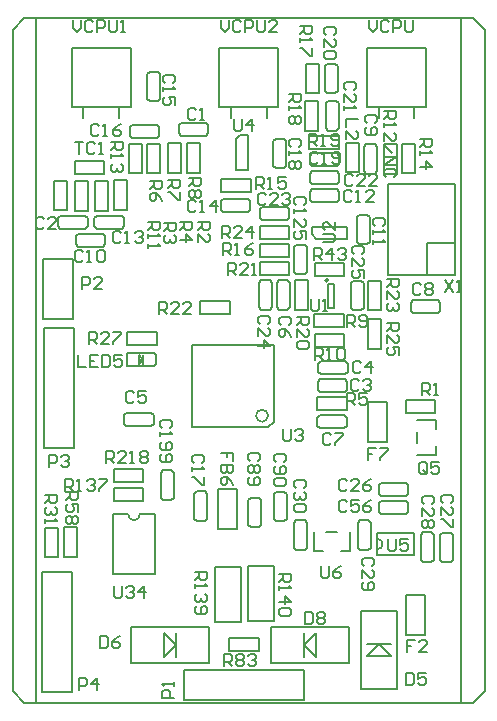
<source format=gto>
%FSLAX25Y25*%
%MOIN*%
G70*
G01*
G75*
%ADD10R,0.02362X0.03937*%
%ADD11R,0.03347X0.02756*%
%ADD12R,0.02362X0.04724*%
%ADD13R,0.03347X0.01575*%
%ADD14R,0.06299X0.07087*%
%ADD15R,0.02756X0.03347*%
%ADD16R,0.04724X0.02362*%
%ADD17R,0.05118X0.03937*%
%ADD18R,0.03937X0.02362*%
%ADD19O,0.00984X0.04724*%
%ADD20O,0.04724X0.00984*%
%ADD21O,0.04724X0.01772*%
%ADD22O,0.01772X0.04724*%
%ADD23R,0.04724X0.01772*%
%ADD24O,0.01969X0.03543*%
%ADD25R,0.01969X0.03543*%
%ADD26O,0.01969X0.03543*%
%ADD27R,0.07874X0.07874*%
%ADD28R,0.07874X0.07874*%
%ADD29R,0.07087X0.03937*%
%ADD30O,0.05500X0.02500*%
%ADD31R,0.05500X0.02500*%
%ADD32C,0.02000*%
%ADD33C,0.01500*%
%ADD34C,0.03000*%
%ADD35C,0.00800*%
%ADD36C,0.01200*%
%ADD37C,0.04000*%
%ADD38C,0.01000*%
%ADD39C,0.00500*%
%ADD40R,0.19685X0.23622*%
%ADD41C,0.05906*%
%ADD42R,0.05906X0.05906*%
%ADD43R,0.05906X0.05906*%
%ADD44C,0.02000*%
%ADD45C,0.03000*%
%ADD46C,0.00787*%
D39*
X182900Y-172100D02*
G03*
X182900Y-172100I-2000J0D01*
G01*
X219338Y-216666D02*
G03*
X219338Y-213123I0J1772D01*
G01*
X136219Y-204900D02*
G03*
X140219Y-204900I2000J0D01*
G01*
X198258Y-217268D02*
X201210D01*
X207116D02*
X210068D01*
X202391Y-210968D02*
X205935D01*
X198258Y-217268D02*
Y-210968D01*
X210068Y-217268D02*
Y-210968D01*
X191535Y-216087D02*
Y-207819D01*
X192322Y-216874D02*
X195078D01*
X192322Y-207031D02*
X195078D01*
X195865Y-216087D02*
Y-207819D01*
X195078Y-207031D02*
X195865Y-207819D01*
X191535D02*
X192322Y-207031D01*
X191535Y-216087D02*
X192322Y-216874D01*
X195078D02*
X195865Y-216087D01*
X212735D02*
Y-207819D01*
X213522Y-216874D02*
X216278D01*
X213522Y-207031D02*
X216278D01*
X217065Y-216087D02*
Y-207819D01*
X216278Y-207031D02*
X217065Y-207819D01*
X212735D02*
X213522Y-207031D01*
X212735Y-216087D02*
X213522Y-216874D01*
X216278D02*
X217065Y-216087D01*
X197400Y-109200D02*
X209211D01*
Y-113100D02*
Y-109200D01*
X198800Y-113100D02*
X209211D01*
X197400Y-111700D02*
X198800Y-113100D01*
X197400Y-111700D02*
Y-109200D01*
X235900Y-114700D02*
X245000D01*
X235900Y-125100D02*
Y-114700D01*
X245200Y-125100D02*
Y-94800D01*
X222800D02*
X245200D01*
X222800Y-125100D02*
X245200D01*
X222800D02*
Y-94800D01*
X208274Y-125565D02*
Y-121235D01*
X198432Y-125565D02*
Y-121235D01*
Y-125565D02*
X208274D01*
X198432Y-121235D02*
X208274D01*
X176200Y-90311D02*
Y-78500D01*
X172300Y-90311D02*
X176200D01*
X172300D02*
Y-79900D01*
X173700Y-78500D01*
X176200D01*
X155935Y-81326D02*
X160265D01*
X155935Y-91168D02*
X160265D01*
Y-81326D01*
X155935Y-91168D02*
Y-81326D01*
X149635D02*
X153965D01*
X149635Y-91168D02*
X153965D01*
Y-81326D01*
X149635Y-91168D02*
Y-81326D01*
X142535Y-81526D02*
X146865D01*
X142535Y-91369D02*
X146865D01*
Y-81526D01*
X142535Y-91369D02*
Y-81526D01*
X198326Y-142665D02*
Y-138335D01*
X208169Y-142665D02*
Y-138335D01*
X198326D02*
X208169D01*
X198326Y-142665D02*
X208169D01*
X191735Y-126926D02*
X196065D01*
X191735Y-136768D02*
X196065D01*
Y-126926D01*
X191735Y-136768D02*
Y-126926D01*
X180126Y-125165D02*
Y-120835D01*
X189969Y-125165D02*
Y-120835D01*
X180126D02*
X189969D01*
X180126Y-125165D02*
X189969D01*
X216335Y-127126D02*
X220665D01*
X216335Y-136969D02*
X220665D01*
Y-127126D01*
X216335Y-136969D02*
Y-127126D01*
X180126Y-113065D02*
Y-108735D01*
X189969Y-113065D02*
Y-108735D01*
X180126D02*
X189969D01*
X180126Y-113065D02*
X189969D01*
X216335Y-139926D02*
X220665D01*
X216335Y-149768D02*
X220665D01*
Y-139926D01*
X216335Y-149768D02*
Y-139926D01*
X118435Y-94026D02*
X122765D01*
X118435Y-103868D02*
X122765D01*
Y-94026D01*
X118435Y-103868D02*
Y-94026D01*
X128374Y-91665D02*
Y-87335D01*
X118532Y-91665D02*
Y-87335D01*
Y-91665D02*
X128374D01*
X118532Y-87335D02*
X128374D01*
X125135Y-93926D02*
X129465D01*
X125135Y-103769D02*
X129465D01*
Y-93926D01*
X125135Y-103769D02*
Y-93926D01*
X131535Y-103374D02*
X135865D01*
X131535Y-93532D02*
X135865D01*
X131535Y-103374D02*
Y-93532D01*
X135865Y-103374D02*
Y-93532D01*
X180126Y-119265D02*
Y-114935D01*
X189969Y-119265D02*
Y-114935D01*
X180126D02*
X189969D01*
X180126Y-119265D02*
X189969D01*
X167326Y-97565D02*
Y-93235D01*
X177169Y-97565D02*
Y-93235D01*
X167326D02*
X177169D01*
X167326Y-97565D02*
X177169D01*
X195435Y-64574D02*
X199765D01*
X195435Y-54732D02*
X199765D01*
X195435Y-64574D02*
Y-54732D01*
X199765Y-64574D02*
Y-54732D01*
X196726Y-83065D02*
Y-78735D01*
X206569Y-83065D02*
Y-78735D01*
X196726D02*
X206569D01*
X196726Y-83065D02*
X206569D01*
X195335Y-77074D02*
X199665D01*
X195335Y-67232D02*
X199665D01*
X195335Y-77074D02*
Y-67232D01*
X199665Y-77074D02*
Y-67232D01*
X227535Y-81526D02*
X231865D01*
X227535Y-91369D02*
X231865D01*
Y-81526D01*
X227535Y-91369D02*
Y-81526D01*
X208735Y-90974D02*
X213065D01*
X208735Y-81132D02*
X213065D01*
X208735Y-90974D02*
Y-81132D01*
X213065Y-90974D02*
Y-81132D01*
X221435Y-91374D02*
X225765D01*
X221435Y-81532D02*
X225765D01*
X221435Y-91374D02*
Y-81532D01*
X225765Y-91374D02*
Y-81532D01*
X111635Y-103674D02*
X115965D01*
X111635Y-93831D02*
X115965D01*
X111635Y-103674D02*
Y-93831D01*
X115965Y-103674D02*
Y-93831D01*
X214765Y-136181D02*
Y-127913D01*
X211222Y-127126D02*
X213978D01*
X211222Y-136969D02*
X213978D01*
X210435Y-136181D02*
Y-127913D01*
Y-136181D02*
X211222Y-136969D01*
X213978D02*
X214765Y-136181D01*
X213978Y-127126D02*
X214765Y-127913D01*
X210435D02*
X211222Y-127126D01*
X184265Y-135981D02*
Y-127713D01*
X180722Y-126926D02*
X183478D01*
X180722Y-136768D02*
X183478D01*
X179935Y-135981D02*
Y-127713D01*
Y-135981D02*
X180722Y-136768D01*
X183478D02*
X184265Y-135981D01*
X183478Y-126926D02*
X184265Y-127713D01*
X179935D02*
X180722Y-126926D01*
X180913Y-102535D02*
X189181D01*
X180126Y-106078D02*
Y-103322D01*
X189969Y-106078D02*
Y-103322D01*
X180913Y-106865D02*
X189181D01*
X189969Y-106078D01*
X189181Y-102535D02*
X189969Y-103322D01*
X180126D02*
X180913Y-102535D01*
X180126Y-106078D02*
X180913Y-106865D01*
X197613Y-90635D02*
X205881D01*
X196826Y-94178D02*
Y-91422D01*
X206668Y-94178D02*
Y-91422D01*
X197613Y-94965D02*
X205881D01*
X206668Y-94178D01*
X205881Y-90635D02*
X206668Y-91422D01*
X196826D02*
X197613Y-90635D01*
X196826Y-94178D02*
X197613Y-94965D01*
X202135Y-76287D02*
Y-68019D01*
X202922Y-77074D02*
X205678D01*
X202922Y-67232D02*
X205678D01*
X206465Y-76287D02*
Y-68019D01*
X205678Y-67232D02*
X206465Y-68019D01*
X202135D02*
X202922Y-67232D01*
X202135Y-76287D02*
X202922Y-77074D01*
X205678D02*
X206465Y-76287D01*
X201835Y-63887D02*
Y-55619D01*
X202622Y-64674D02*
X205378D01*
X202622Y-54831D02*
X205378D01*
X206165Y-63887D02*
Y-55619D01*
X205378Y-54831D02*
X206165Y-55619D01*
X201835D02*
X202622Y-54831D01*
X201835Y-63887D02*
X202622Y-64674D01*
X205378D02*
X206165Y-63887D01*
X219265Y-90681D02*
Y-82413D01*
X215722Y-81626D02*
X218478D01*
X215722Y-91469D02*
X218478D01*
X214935Y-90681D02*
Y-82413D01*
Y-90681D02*
X215722Y-91469D01*
X218478D02*
X219265Y-90681D01*
X218478Y-81626D02*
X219265Y-82413D01*
X214935D02*
X215722Y-81626D01*
X231219Y-137965D02*
X239487D01*
X240274Y-137178D02*
Y-134422D01*
X230432Y-137178D02*
Y-134422D01*
X231219Y-133635D02*
X239487D01*
X230432Y-134422D02*
X231219Y-133635D01*
X230432Y-137178D02*
X231219Y-137965D01*
X239487D02*
X240274Y-137178D01*
X239487Y-133635D02*
X240274Y-134422D01*
X185835Y-135987D02*
Y-127719D01*
X186622Y-136774D02*
X189378D01*
X186622Y-126932D02*
X189378D01*
X190165Y-135987D02*
Y-127719D01*
X189378Y-126932D02*
X190165Y-127719D01*
X185835D02*
X186622Y-126932D01*
X185835Y-135987D02*
X186622Y-136774D01*
X189378D02*
X190165Y-135987D01*
X113713Y-105435D02*
X121981D01*
X112926Y-108978D02*
Y-106222D01*
X122768Y-108978D02*
Y-106222D01*
X113713Y-109765D02*
X121981D01*
X122768Y-108978D01*
X121981Y-105435D02*
X122768Y-106222D01*
X112926D02*
X113713Y-105435D01*
X112926Y-108978D02*
X113713Y-109765D01*
X137613Y-75235D02*
X145881D01*
X136826Y-78778D02*
Y-76022D01*
X146669Y-78778D02*
Y-76022D01*
X137613Y-79565D02*
X145881D01*
X146669Y-78778D01*
X145881Y-75235D02*
X146669Y-76022D01*
X136826D02*
X137613Y-75235D01*
X136826Y-78778D02*
X137613Y-79565D01*
X216250Y-180830D02*
X222550D01*
X216250Y-167444D02*
X222550D01*
X216250Y-179846D02*
X216250D01*
X222550Y-180830D02*
Y-167444D01*
X216250Y-180830D02*
Y-167444D01*
X198426Y-149065D02*
Y-144735D01*
X208268Y-149065D02*
Y-144735D01*
X198426D02*
X208268D01*
X198426Y-149065D02*
X208268D01*
X146965Y-66481D02*
Y-58213D01*
X143422Y-57426D02*
X146178D01*
X143422Y-67269D02*
X146178D01*
X142635Y-66481D02*
Y-58213D01*
Y-66481D02*
X143422Y-67269D01*
X146178D02*
X146965Y-66481D01*
X146178Y-57426D02*
X146965Y-58213D01*
X142635D02*
X143422Y-57426D01*
X167913Y-99835D02*
X176181D01*
X167126Y-103378D02*
Y-100622D01*
X176969Y-103378D02*
Y-100622D01*
X167913Y-104165D02*
X176181D01*
X176969Y-103378D01*
X176181Y-99835D02*
X176969Y-100622D01*
X167126D02*
X167913Y-99835D01*
X167126Y-103378D02*
X167913Y-104165D01*
X105637Y-267900D02*
Y-39553D01*
X247369Y-267900D02*
Y-39553D01*
X117448Y-69081D02*
X137133D01*
X117448D02*
Y-49396D01*
X121385Y-73018D02*
Y-69081D01*
X166661D02*
X186346D01*
X215873D02*
X235558D01*
X133196Y-73018D02*
Y-69081D01*
X137133D02*
Y-49396D01*
X215873D02*
X235558D01*
X166661D02*
X186346D01*
X117448D02*
X137133D01*
X166661Y-69081D02*
Y-49396D01*
X170598Y-73018D02*
Y-69081D01*
X182409Y-73018D02*
Y-69081D01*
X186346D02*
Y-49396D01*
X215873Y-69081D02*
Y-49396D01*
X219810Y-73018D02*
Y-69081D01*
X231621Y-73018D02*
Y-69081D01*
X235558D02*
Y-49396D01*
X232668Y-173432D02*
X238968D01*
X232668Y-185242D02*
X238968D01*
X232668Y-181109D02*
Y-177565D01*
X238968Y-176384D02*
Y-173432D01*
Y-185242D02*
Y-182290D01*
X199326Y-175478D02*
X200113Y-176265D01*
X199326Y-172722D02*
X200113Y-171935D01*
X208381D02*
X209169Y-172722D01*
X208381Y-176265D02*
X209169Y-175478D01*
X200113Y-176265D02*
X208381D01*
X209169Y-175478D02*
Y-172722D01*
X199326Y-175478D02*
Y-172722D01*
X200113Y-171935D02*
X208381D01*
X199626Y-157578D02*
X200413Y-158365D01*
X199626Y-154822D02*
X200413Y-154035D01*
X208681D02*
X209469Y-154822D01*
X208681Y-158365D02*
X209469Y-157578D01*
X200413Y-158365D02*
X208681D01*
X209469Y-157578D02*
Y-154822D01*
X199626Y-157578D02*
Y-154822D01*
X200413Y-154035D02*
X208681D01*
X143987Y-171235D02*
X144774Y-172022D01*
X143987Y-175565D02*
X144774Y-174778D01*
X134932D02*
X135719Y-175565D01*
X134932Y-172022D02*
X135719Y-171235D01*
X143987D01*
X134932Y-174778D02*
Y-172022D01*
X144774Y-174778D02*
Y-172022D01*
X135719Y-175565D02*
X143987D01*
X184635Y-80513D02*
X185422Y-79726D01*
X188178D02*
X188965Y-80513D01*
X188178Y-89569D02*
X188965Y-88781D01*
X184635D02*
X185422Y-89569D01*
X184635Y-88781D02*
Y-80513D01*
X185422Y-89569D02*
X188178D01*
X185422Y-79726D02*
X188178D01*
X188965Y-88781D02*
Y-80513D01*
X199426Y-163578D02*
X200213Y-164365D01*
X199426Y-160822D02*
X200213Y-160035D01*
X208481D02*
X209268Y-160822D01*
X208481Y-164365D02*
X209268Y-163578D01*
X200213Y-164365D02*
X208481D01*
X209268Y-163578D02*
Y-160822D01*
X199426Y-163578D02*
Y-160822D01*
X200213Y-160035D02*
X208481D01*
X199326Y-170265D02*
Y-165935D01*
X209169Y-170265D02*
Y-165935D01*
X199326D02*
X209169D01*
X199326Y-170265D02*
X209169D01*
X160226Y-138265D02*
Y-133935D01*
X170069Y-138265D02*
Y-133935D01*
X160226D02*
X170069D01*
X160226Y-138265D02*
X170069D01*
X157404Y-176021D02*
Y-148462D01*
X184963D01*
X184963Y-174053D02*
Y-148462D01*
X182994Y-176021D02*
X184963Y-174053D01*
X157404Y-176021D02*
X182994D01*
X134087Y-105435D02*
X134874Y-106222D01*
X134087Y-109765D02*
X134874Y-108978D01*
X125031D02*
X125819Y-109765D01*
X125031Y-106222D02*
X125819Y-105435D01*
X134087D01*
X125031Y-108978D02*
Y-106222D01*
X134874Y-108978D02*
Y-106222D01*
X125819Y-109765D02*
X134087D01*
X127887Y-111435D02*
X128674Y-112222D01*
X127887Y-115765D02*
X128674Y-114978D01*
X118832D02*
X119619Y-115765D01*
X118832Y-112222D02*
X119619Y-111435D01*
X127887D01*
X118832Y-114978D02*
Y-112222D01*
X128674Y-114978D02*
Y-112222D01*
X119619Y-115765D02*
X127887D01*
X136435Y-81526D02*
X140765D01*
X136435Y-91369D02*
X140765D01*
Y-81526D01*
X136435Y-91369D02*
Y-81526D01*
X212435Y-105913D02*
X213222Y-105126D01*
X215978D02*
X216765Y-105913D01*
X215978Y-114969D02*
X216765Y-114181D01*
X212435D02*
X213222Y-114969D01*
X212435Y-114181D02*
Y-105913D01*
X213222Y-114969D02*
X215978D01*
X213222Y-105126D02*
X215978D01*
X216765Y-114181D02*
Y-105913D01*
X196826Y-100178D02*
X197613Y-100965D01*
X196826Y-97422D02*
X197613Y-96635D01*
X205881D02*
X206668Y-97422D01*
X205881Y-100965D02*
X206668Y-100178D01*
X197613Y-100965D02*
X205881D01*
X206668Y-100178D02*
Y-97422D01*
X196826Y-100178D02*
Y-97422D01*
X197613Y-96635D02*
X205881D01*
X191535Y-115913D02*
X192322Y-115126D01*
X195078D02*
X195865Y-115913D01*
X195078Y-124969D02*
X195865Y-124181D01*
X191535D02*
X192322Y-124969D01*
X191535Y-124181D02*
Y-115913D01*
X192322Y-124969D02*
X195078D01*
X192322Y-115126D02*
X195078D01*
X195865Y-124181D02*
Y-115913D01*
X196826Y-88178D02*
X197613Y-88965D01*
X196826Y-85422D02*
X197613Y-84635D01*
X205881D02*
X206668Y-85422D01*
X205881Y-88965D02*
X206668Y-88178D01*
X197613Y-88965D02*
X205881D01*
X206668Y-88178D02*
Y-85422D01*
X196826Y-88178D02*
Y-85422D01*
X197613Y-84635D02*
X205881D01*
X243778Y-220974D02*
X244565Y-220187D01*
X240235D02*
X241022Y-220974D01*
X240235Y-211919D02*
X241022Y-211132D01*
X243778D02*
X244565Y-211919D01*
Y-220187D02*
Y-211919D01*
X241022Y-211132D02*
X243778D01*
X241022Y-220974D02*
X243778D01*
X240235Y-220187D02*
Y-211919D01*
X233735Y-211813D02*
X234522Y-211026D01*
X237278D02*
X238065Y-211813D01*
X237278Y-220868D02*
X238065Y-220081D01*
X233735D02*
X234522Y-220868D01*
X233735Y-220081D02*
Y-211813D01*
X234522Y-220868D02*
X237278D01*
X234522Y-211026D02*
X237278D01*
X238065Y-220081D02*
Y-211813D01*
X219826Y-198078D02*
X220613Y-198865D01*
X219826Y-195322D02*
X220613Y-194535D01*
X228881D02*
X229668Y-195322D01*
X228881Y-198865D02*
X229668Y-198078D01*
X220613Y-198865D02*
X228881D01*
X229668Y-198078D02*
Y-195322D01*
X219826Y-198078D02*
Y-195322D01*
X220613Y-194535D02*
X228881D01*
X228787Y-200535D02*
X229574Y-201322D01*
X228787Y-204865D02*
X229574Y-204078D01*
X219731D02*
X220519Y-204865D01*
X219731Y-201322D02*
X220519Y-200535D01*
X228787D01*
X219731Y-204078D02*
Y-201322D01*
X229574Y-204078D02*
Y-201322D01*
X220519Y-204865D02*
X228787D01*
X235350Y-245256D02*
Y-231870D01*
X229050Y-245256D02*
Y-231870D01*
X235350Y-232854D02*
X235350D01*
X229050Y-245256D02*
X235350D01*
X229050Y-231870D02*
X235350D01*
X219338Y-218438D02*
X231542D01*
X219338D02*
Y-211351D01*
X231542Y-218438D02*
Y-211351D01*
X219338D02*
X231542D01*
X213995Y-263118D02*
X225805D01*
Y-237134D01*
X213995D02*
X225805D01*
X213995Y-263118D02*
Y-237134D01*
X215963Y-252095D02*
X223837D01*
X215963Y-248158D02*
X223837D01*
X215963Y-252095D02*
X219900Y-248158D01*
X223837Y-252095D01*
X184835Y-198313D02*
X185622Y-197526D01*
X188378D02*
X189165Y-198313D01*
X188378Y-207368D02*
X189165Y-206581D01*
X184835D02*
X185622Y-207368D01*
X184835Y-206581D02*
Y-198313D01*
X185622Y-207368D02*
X188378D01*
X185622Y-197526D02*
X188378D01*
X189165Y-206581D02*
Y-198313D01*
X169926Y-250665D02*
Y-246335D01*
X179769Y-250665D02*
Y-246335D01*
X169926D02*
X179769D01*
X169926Y-250665D02*
X179769D01*
X166350Y-196470D02*
X172650D01*
X166350Y-209856D02*
X172650D01*
X172650Y-197454D02*
X172650D01*
X166350Y-209856D02*
Y-196470D01*
X172650Y-209856D02*
Y-196470D01*
X108535Y-209426D02*
X112865D01*
X108535Y-219268D02*
X112865D01*
Y-209426D01*
X108535Y-219268D02*
Y-209426D01*
X209918Y-254405D02*
Y-242595D01*
X183934D02*
X209918D01*
X183934Y-254405D02*
Y-242595D01*
Y-254405D02*
X209918D01*
X198895Y-252437D02*
Y-244563D01*
X194957Y-252437D02*
Y-244563D01*
Y-248500D02*
X198895Y-252437D01*
X194957Y-248500D02*
X198895Y-244563D01*
X176169Y-240656D02*
X184831D01*
X176169Y-222349D02*
X184831D01*
Y-240656D02*
Y-222349D01*
X176169Y-240656D02*
Y-222349D01*
X114835Y-209226D02*
X119165D01*
X114835Y-219069D02*
X119165D01*
Y-209226D01*
X114835Y-219069D02*
Y-209226D01*
X150678Y-200174D02*
X151465Y-199387D01*
X147135D02*
X147922Y-200174D01*
X147135Y-191119D02*
X147922Y-190331D01*
X150678D02*
X151465Y-191119D01*
Y-199387D02*
Y-191119D01*
X147922Y-190331D02*
X150678D01*
X147922Y-200174D02*
X150678D01*
X147135Y-199387D02*
Y-191119D01*
X165269Y-240856D02*
X173931D01*
X165269Y-222549D02*
X173931D01*
Y-240856D02*
Y-222549D01*
X165269Y-240856D02*
Y-222549D01*
X141374Y-194265D02*
Y-189935D01*
X131532Y-194265D02*
Y-189935D01*
Y-194265D02*
X141374D01*
X131532Y-189935D02*
X141374D01*
X137182Y-254405D02*
Y-242595D01*
Y-254405D02*
X163166D01*
Y-242595D01*
X137182D02*
X163166D01*
X148205Y-252437D02*
Y-244563D01*
X152143Y-252437D02*
Y-244563D01*
X148205D02*
X152143Y-248500D01*
X148205Y-252437D02*
X152143Y-248500D01*
X141274Y-200665D02*
Y-196335D01*
X131431Y-200665D02*
Y-196335D01*
Y-200665D02*
X141274D01*
X131431Y-196335D02*
X141274D01*
X131219Y-224900D02*
Y-204900D01*
X145219Y-224900D02*
Y-204900D01*
X131219Y-224900D02*
X145219D01*
X131219Y-204900D02*
X136219D01*
X140219D02*
X145219D01*
X228758Y-171265D02*
Y-166935D01*
X238600Y-171265D02*
Y-166935D01*
X228758D02*
X238600D01*
X228758Y-171265D02*
X238600D01*
X135932Y-144235D02*
X145774D01*
X135932Y-148565D02*
X145774D01*
X135932D02*
Y-144235D01*
X145774Y-148565D02*
Y-144235D01*
X144887Y-151235D02*
X145674Y-152022D01*
X139867Y-153400D02*
X141245D01*
X139867Y-154778D02*
X141245Y-153400D01*
X139867Y-152022D02*
X141245Y-153400D01*
X139867Y-154778D02*
Y-152022D01*
X141245Y-154778D02*
Y-152022D01*
X144887Y-155565D02*
X145674Y-154778D01*
X135831Y-151235D02*
X144887D01*
X145674Y-154778D02*
Y-152022D01*
X135831Y-155565D02*
X144887D01*
X135831D02*
Y-151235D01*
X161878Y-207174D02*
X162665Y-206387D01*
X158335D02*
X159122Y-207174D01*
X158335Y-198119D02*
X159122Y-197332D01*
X161878D02*
X162665Y-198119D01*
Y-206387D02*
Y-198119D01*
X159122Y-197332D02*
X161878D01*
X159122Y-207174D02*
X161878D01*
X158335Y-206387D02*
Y-198119D01*
X176357Y-200213D02*
X177145Y-199426D01*
X179901D02*
X180688Y-200213D01*
X179901Y-209268D02*
X180688Y-208481D01*
X176357D02*
X177145Y-209268D01*
X176357Y-208481D02*
Y-200213D01*
X177145Y-209268D02*
X179901D01*
X177145Y-199426D02*
X179901D01*
X180688Y-208481D02*
Y-200213D01*
X162187Y-74435D02*
X162974Y-75222D01*
X162187Y-78765D02*
X162974Y-77978D01*
X153131D02*
X153919Y-78765D01*
X153131Y-75222D02*
X153919Y-74435D01*
X162187D01*
X153131Y-77978D02*
Y-75222D01*
X162974Y-77978D02*
Y-75222D01*
X153919Y-78765D02*
X162187D01*
X200600Y-222101D02*
Y-225434D01*
X201267Y-226100D01*
X202599D01*
X203266Y-225434D01*
Y-222101D01*
X207264D02*
X205932Y-222768D01*
X204599Y-224101D01*
Y-225434D01*
X205265Y-226100D01*
X206598D01*
X207264Y-225434D01*
Y-224767D01*
X206598Y-224101D01*
X204599D01*
X194832Y-196166D02*
X195499Y-195499D01*
Y-194167D01*
X194832Y-193500D01*
X192166D01*
X191500Y-194167D01*
Y-195499D01*
X192166Y-196166D01*
X194832Y-197499D02*
X195499Y-198165D01*
Y-199498D01*
X194832Y-200165D01*
X194166D01*
X193499Y-199498D01*
Y-198832D01*
Y-199498D01*
X192833Y-200165D01*
X192166D01*
X191500Y-199498D01*
Y-198165D01*
X192166Y-197499D01*
X194832Y-201497D02*
X195499Y-202164D01*
Y-203497D01*
X194832Y-204163D01*
X192166D01*
X191500Y-203497D01*
Y-202164D01*
X192166Y-201497D01*
X194832D01*
X217532Y-222266D02*
X218199Y-221599D01*
Y-220266D01*
X217532Y-219600D01*
X214866D01*
X214200Y-220266D01*
Y-221599D01*
X214866Y-222266D01*
X214200Y-226265D02*
Y-223599D01*
X216866Y-226265D01*
X217532D01*
X218199Y-225598D01*
Y-224265D01*
X217532Y-223599D01*
X214866Y-227597D02*
X214200Y-228264D01*
Y-229597D01*
X214866Y-230263D01*
X217532D01*
X218199Y-229597D01*
Y-228264D01*
X217532Y-227597D01*
X216866D01*
X216199Y-228264D01*
Y-230263D01*
X201301Y-114300D02*
X204633D01*
X205300Y-113634D01*
Y-112301D01*
X204633Y-111634D01*
X201301D01*
X205300Y-107635D02*
Y-110301D01*
X202634Y-107635D01*
X201968D01*
X201301Y-108302D01*
Y-109635D01*
X201968Y-110301D01*
X197100Y-133301D02*
Y-136634D01*
X197766Y-137300D01*
X199099D01*
X199766Y-136634D01*
Y-133301D01*
X201099Y-137300D02*
X202432D01*
X201765D01*
Y-133301D01*
X201099Y-133968D01*
X241800Y-126901D02*
X244466Y-130900D01*
Y-126901D02*
X241800Y-130900D01*
X245799D02*
X247132D01*
X246465D01*
Y-126901D01*
X245799Y-127568D01*
X216450Y-40051D02*
Y-42717D01*
X217783Y-44050D01*
X219116Y-42717D01*
Y-40051D01*
X223114Y-40718D02*
X222448Y-40051D01*
X221115D01*
X220449Y-40718D01*
Y-43384D01*
X221115Y-44050D01*
X222448D01*
X223114Y-43384D01*
X224447Y-44050D02*
Y-40051D01*
X226447D01*
X227113Y-40718D01*
Y-42051D01*
X226447Y-42717D01*
X224447D01*
X228446Y-40051D02*
Y-43384D01*
X229113Y-44050D01*
X230446D01*
X231112Y-43384D01*
Y-40051D01*
X167250D02*
Y-42717D01*
X168583Y-44050D01*
X169916Y-42717D01*
Y-40051D01*
X173915Y-40718D02*
X173248Y-40051D01*
X171915D01*
X171249Y-40718D01*
Y-43384D01*
X171915Y-44050D01*
X173248D01*
X173915Y-43384D01*
X175247Y-44050D02*
Y-40051D01*
X177247D01*
X177913Y-40718D01*
Y-42051D01*
X177247Y-42717D01*
X175247D01*
X179246Y-40051D02*
Y-43384D01*
X179913Y-44050D01*
X181246D01*
X181912Y-43384D01*
Y-40051D01*
X185911Y-44050D02*
X183245D01*
X185911Y-41384D01*
Y-40718D01*
X185244Y-40051D01*
X183911D01*
X183245Y-40718D01*
X118050Y-40051D02*
Y-42717D01*
X119383Y-44050D01*
X120716Y-42717D01*
Y-40051D01*
X124715Y-40718D02*
X124048Y-40051D01*
X122715D01*
X122049Y-40718D01*
Y-43384D01*
X122715Y-44050D01*
X124048D01*
X124715Y-43384D01*
X126047Y-44050D02*
Y-40051D01*
X128047D01*
X128713Y-40718D01*
Y-42051D01*
X128047Y-42717D01*
X126047D01*
X130046Y-40051D02*
Y-43384D01*
X130713Y-44050D01*
X132045D01*
X132712Y-43384D01*
Y-40051D01*
X134045Y-44050D02*
X135378D01*
X134711D01*
Y-40051D01*
X134045Y-40718D01*
X171600Y-73301D02*
Y-76634D01*
X172266Y-77300D01*
X173599D01*
X174266Y-76634D01*
Y-73301D01*
X177598Y-77300D02*
Y-73301D01*
X175599Y-75301D01*
X178264D01*
X118600Y-81001D02*
X121266D01*
X119933D01*
Y-85000D01*
X125265Y-81668D02*
X124598Y-81001D01*
X123265D01*
X122599Y-81668D01*
Y-84334D01*
X123265Y-85000D01*
X124598D01*
X125265Y-84334D01*
X126597Y-85000D02*
X127930D01*
X127264D01*
Y-81001D01*
X126597Y-81668D01*
X198100Y-120100D02*
Y-116101D01*
X200099D01*
X200766Y-116768D01*
Y-118101D01*
X200099Y-118767D01*
X198100D01*
X199433D02*
X200766Y-120100D01*
X204098D02*
Y-116101D01*
X202099Y-118101D01*
X204765D01*
X206097Y-116768D02*
X206764Y-116101D01*
X208097D01*
X208763Y-116768D01*
Y-117434D01*
X208097Y-118101D01*
X207430D01*
X208097D01*
X208763Y-118767D01*
Y-119433D01*
X208097Y-120100D01*
X206764D01*
X206097Y-119433D01*
X222500Y-141100D02*
X226499D01*
Y-143099D01*
X225832Y-143766D01*
X224499D01*
X223833Y-143099D01*
Y-141100D01*
Y-142433D02*
X222500Y-143766D01*
Y-147765D02*
Y-145099D01*
X225166Y-147765D01*
X225832D01*
X226499Y-147098D01*
Y-145765D01*
X225832Y-145099D01*
X226499Y-151763D02*
Y-149097D01*
X224499D01*
X225166Y-150430D01*
Y-151097D01*
X224499Y-151763D01*
X223166D01*
X222500Y-151097D01*
Y-149764D01*
X223166Y-149097D01*
X167700Y-112900D02*
Y-108901D01*
X169699D01*
X170366Y-109568D01*
Y-110901D01*
X169699Y-111567D01*
X167700D01*
X169033D02*
X170366Y-112900D01*
X174364D02*
X171699D01*
X174364Y-110234D01*
Y-109568D01*
X173698Y-108901D01*
X172365D01*
X171699Y-109568D01*
X177697Y-112900D02*
Y-108901D01*
X175697Y-110901D01*
X178363D01*
X222400Y-126600D02*
X226399D01*
Y-128599D01*
X225732Y-129266D01*
X224399D01*
X223733Y-128599D01*
Y-126600D01*
Y-127933D02*
X222400Y-129266D01*
Y-133265D02*
Y-130599D01*
X225066Y-133265D01*
X225732D01*
X226399Y-132598D01*
Y-131265D01*
X225732Y-130599D01*
Y-134597D02*
X226399Y-135264D01*
Y-136597D01*
X225732Y-137263D01*
X225066D01*
X224399Y-136597D01*
Y-135930D01*
Y-136597D01*
X223733Y-137263D01*
X223066D01*
X222400Y-136597D01*
Y-135264D01*
X223066Y-134597D01*
X169500Y-125300D02*
Y-121301D01*
X171499D01*
X172166Y-121968D01*
Y-123301D01*
X171499Y-123967D01*
X169500D01*
X170833D02*
X172166Y-125300D01*
X176164D02*
X173499D01*
X176164Y-122634D01*
Y-121968D01*
X175498Y-121301D01*
X174165D01*
X173499Y-121968D01*
X177497Y-125300D02*
X178830D01*
X178164D01*
Y-121301D01*
X177497Y-121968D01*
X192500Y-139300D02*
X196499D01*
Y-141299D01*
X195832Y-141966D01*
X194499D01*
X193833Y-141299D01*
Y-139300D01*
Y-140633D02*
X192500Y-141966D01*
Y-145965D02*
Y-143299D01*
X195166Y-145965D01*
X195832D01*
X196499Y-145298D01*
Y-143965D01*
X195832Y-143299D01*
Y-147297D02*
X196499Y-147964D01*
Y-149297D01*
X195832Y-149963D01*
X193166D01*
X192500Y-149297D01*
Y-147964D01*
X193166Y-147297D01*
X195832D01*
X209100Y-142600D02*
Y-138601D01*
X211099D01*
X211766Y-139268D01*
Y-140601D01*
X211099Y-141267D01*
X209100D01*
X210433D02*
X211766Y-142600D01*
X213099Y-141934D02*
X213765Y-142600D01*
X215098D01*
X215764Y-141934D01*
Y-139268D01*
X215098Y-138601D01*
X213765D01*
X213099Y-139268D01*
Y-139934D01*
X213765Y-140601D01*
X215764D01*
X156600Y-93000D02*
X160599D01*
Y-94999D01*
X159932Y-95666D01*
X158599D01*
X157933Y-94999D01*
Y-93000D01*
Y-94333D02*
X156600Y-95666D01*
X159932Y-96999D02*
X160599Y-97665D01*
Y-98998D01*
X159932Y-99664D01*
X159266D01*
X158599Y-98998D01*
X157933Y-99664D01*
X157266D01*
X156600Y-98998D01*
Y-97665D01*
X157266Y-96999D01*
X157933D01*
X158599Y-97665D01*
X159266Y-96999D01*
X159932D01*
X158599Y-97665D02*
Y-98998D01*
X149400Y-93700D02*
X153399D01*
Y-95699D01*
X152732Y-96366D01*
X151399D01*
X150733Y-95699D01*
Y-93700D01*
Y-95033D02*
X149400Y-96366D01*
X153399Y-97699D02*
Y-100364D01*
X152732D01*
X150066Y-97699D01*
X149400D01*
X143700Y-94000D02*
X147699D01*
Y-95999D01*
X147032Y-96666D01*
X145699D01*
X145033Y-95999D01*
Y-94000D01*
Y-95333D02*
X143700Y-96666D01*
X147699Y-100664D02*
X147032Y-99332D01*
X145699Y-97999D01*
X144367D01*
X143700Y-98665D01*
Y-99998D01*
X144367Y-100664D01*
X145033D01*
X145699Y-99998D01*
Y-97999D01*
X153700Y-107600D02*
X157699D01*
Y-109599D01*
X157032Y-110266D01*
X155699D01*
X155033Y-109599D01*
Y-107600D01*
Y-108933D02*
X153700Y-110266D01*
Y-113598D02*
X157699D01*
X155699Y-111599D01*
Y-114265D01*
X148100Y-107900D02*
X152099D01*
Y-109899D01*
X151432Y-110566D01*
X150099D01*
X149433Y-109899D01*
Y-107900D01*
Y-109233D02*
X148100Y-110566D01*
X151432Y-111899D02*
X152099Y-112565D01*
Y-113898D01*
X151432Y-114565D01*
X150766D01*
X150099Y-113898D01*
Y-113232D01*
Y-113898D01*
X149433Y-114565D01*
X148767D01*
X148100Y-113898D01*
Y-112565D01*
X148767Y-111899D01*
X198600Y-153600D02*
Y-149601D01*
X200599D01*
X201266Y-150268D01*
Y-151601D01*
X200599Y-152267D01*
X198600D01*
X199933D02*
X201266Y-153600D01*
X202599D02*
X203932D01*
X203265D01*
Y-149601D01*
X202599Y-150268D01*
X205931D02*
X206597Y-149601D01*
X207930D01*
X208597Y-150268D01*
Y-152934D01*
X207930Y-153600D01*
X206597D01*
X205931Y-152934D01*
Y-150268D01*
X193500Y-42200D02*
X197499D01*
Y-44199D01*
X196832Y-44866D01*
X195499D01*
X194833Y-44199D01*
Y-42200D01*
Y-43533D02*
X193500Y-44866D01*
Y-46199D02*
Y-47532D01*
Y-46865D01*
X197499D01*
X196832Y-46199D01*
X197499Y-49531D02*
Y-52197D01*
X196832D01*
X194167Y-49531D01*
X193500D01*
X196726Y-82300D02*
Y-78301D01*
X198725D01*
X199392Y-78968D01*
Y-80301D01*
X198725Y-80967D01*
X196726D01*
X198059D02*
X199392Y-82300D01*
X200725D02*
X202058D01*
X201391D01*
Y-78301D01*
X200725Y-78968D01*
X204057Y-81634D02*
X204723Y-82300D01*
X206056D01*
X206723Y-81634D01*
Y-78968D01*
X206056Y-78301D01*
X204723D01*
X204057Y-78968D01*
Y-79634D01*
X204723Y-80301D01*
X206723D01*
X189800Y-65000D02*
X193799D01*
Y-66999D01*
X193132Y-67666D01*
X191799D01*
X191133Y-66999D01*
Y-65000D01*
Y-66333D02*
X189800Y-67666D01*
Y-68999D02*
Y-70332D01*
Y-69665D01*
X193799D01*
X193132Y-68999D01*
Y-72331D02*
X193799Y-72997D01*
Y-74330D01*
X193132Y-74997D01*
X192466D01*
X191799Y-74330D01*
X191133Y-74997D01*
X190466D01*
X189800Y-74330D01*
Y-72997D01*
X190466Y-72331D01*
X191133D01*
X191799Y-72997D01*
X192466Y-72331D01*
X193132D01*
X191799Y-72997D02*
Y-74330D01*
X120000Y-263600D02*
Y-259601D01*
X121999D01*
X122666Y-260268D01*
Y-261601D01*
X121999Y-262267D01*
X120000D01*
X125998Y-263600D02*
Y-259601D01*
X123999Y-261601D01*
X126664D01*
X214132Y-118366D02*
X214799Y-117699D01*
Y-116367D01*
X214132Y-115700D01*
X211466D01*
X210800Y-116367D01*
Y-117699D01*
X211466Y-118366D01*
X210800Y-122364D02*
Y-119699D01*
X213466Y-122364D01*
X214132D01*
X214799Y-121698D01*
Y-120365D01*
X214132Y-119699D01*
X214799Y-126363D02*
Y-123697D01*
X212799D01*
X213466Y-125030D01*
Y-125697D01*
X212799Y-126363D01*
X211466D01*
X210800Y-125697D01*
Y-124364D01*
X211466Y-123697D01*
X182732Y-141397D02*
X183399Y-140731D01*
Y-139398D01*
X182732Y-138732D01*
X180067D01*
X179400Y-139398D01*
Y-140731D01*
X180067Y-141397D01*
X179400Y-145396D02*
Y-142730D01*
X182066Y-145396D01*
X182732D01*
X183399Y-144730D01*
Y-143397D01*
X182732Y-142730D01*
X179400Y-148728D02*
X183399D01*
X181399Y-146729D01*
Y-149395D01*
X182366Y-98468D02*
X181699Y-97801D01*
X180367D01*
X179700Y-98468D01*
Y-101134D01*
X180367Y-101800D01*
X181699D01*
X182366Y-101134D01*
X186364Y-101800D02*
X183699D01*
X186364Y-99134D01*
Y-98468D01*
X185698Y-97801D01*
X184365D01*
X183699Y-98468D01*
X187697D02*
X188364Y-97801D01*
X189697D01*
X190363Y-98468D01*
Y-99134D01*
X189697Y-99801D01*
X189030D01*
X189697D01*
X190363Y-100467D01*
Y-101134D01*
X189697Y-101800D01*
X188364D01*
X187697Y-101134D01*
X211166Y-92368D02*
X210499Y-91701D01*
X209166D01*
X208500Y-92368D01*
Y-95034D01*
X209166Y-95700D01*
X210499D01*
X211166Y-95034D01*
X215164Y-95700D02*
X212499D01*
X215164Y-93034D01*
Y-92368D01*
X214498Y-91701D01*
X213165D01*
X212499Y-92368D01*
X219163Y-95700D02*
X216497D01*
X219163Y-93034D01*
Y-92368D01*
X218497Y-91701D01*
X217164D01*
X216497Y-92368D01*
X151332Y-61166D02*
X151999Y-60499D01*
Y-59166D01*
X151332Y-58500D01*
X148667D01*
X148000Y-59166D01*
Y-60499D01*
X148667Y-61166D01*
X148000Y-62499D02*
Y-63832D01*
Y-63165D01*
X151999D01*
X151332Y-62499D01*
X151999Y-68497D02*
Y-65831D01*
X149999D01*
X150666Y-67164D01*
Y-67830D01*
X149999Y-68497D01*
X148667D01*
X148000Y-67830D01*
Y-66497D01*
X148667Y-65831D01*
X158766Y-100968D02*
X158099Y-100301D01*
X156766D01*
X156100Y-100968D01*
Y-103633D01*
X156766Y-104300D01*
X158099D01*
X158766Y-103633D01*
X160099Y-104300D02*
X161432D01*
X160765D01*
Y-100301D01*
X160099Y-100968D01*
X165430Y-104300D02*
Y-100301D01*
X163431Y-102301D01*
X166097D01*
X126466Y-75568D02*
X125799Y-74901D01*
X124467D01*
X123800Y-75568D01*
Y-78234D01*
X124467Y-78900D01*
X125799D01*
X126466Y-78234D01*
X127799Y-78900D02*
X129132D01*
X128465D01*
Y-74901D01*
X127799Y-75568D01*
X133797Y-74901D02*
X132464Y-75568D01*
X131131Y-76901D01*
Y-78234D01*
X131797Y-78900D01*
X133130D01*
X133797Y-78234D01*
Y-77567D01*
X133130Y-76901D01*
X131131D01*
X213066Y-160668D02*
X212399Y-160001D01*
X211066D01*
X210400Y-160668D01*
Y-163333D01*
X211066Y-164000D01*
X212399D01*
X213066Y-163333D01*
X214399Y-160668D02*
X215065Y-160001D01*
X216398D01*
X217064Y-160668D01*
Y-161334D01*
X216398Y-162001D01*
X215732D01*
X216398D01*
X217064Y-162667D01*
Y-163333D01*
X216398Y-164000D01*
X215065D01*
X214399Y-163333D01*
X213966Y-154468D02*
X213299Y-153801D01*
X211966D01*
X211300Y-154468D01*
Y-157133D01*
X211966Y-157800D01*
X213299D01*
X213966Y-157133D01*
X217298Y-157800D02*
Y-153801D01*
X215299Y-155801D01*
X217965D01*
X138316Y-164618D02*
X137649Y-163951D01*
X136317D01*
X135650Y-164618D01*
Y-167283D01*
X136317Y-167950D01*
X137649D01*
X138316Y-167283D01*
X142315Y-163951D02*
X139649D01*
Y-165951D01*
X140982Y-165284D01*
X141648D01*
X142315Y-165951D01*
Y-167283D01*
X141648Y-167950D01*
X140315D01*
X139649Y-167283D01*
X193332Y-82666D02*
X193999Y-81999D01*
Y-80666D01*
X193332Y-80000D01*
X190666D01*
X190000Y-80666D01*
Y-81999D01*
X190666Y-82666D01*
X190000Y-83999D02*
Y-85332D01*
Y-84665D01*
X193999D01*
X193332Y-83999D01*
Y-87331D02*
X193999Y-87997D01*
Y-89330D01*
X193332Y-89997D01*
X192666D01*
X191999Y-89330D01*
X191333Y-89997D01*
X190666D01*
X190000Y-89330D01*
Y-87997D01*
X190666Y-87331D01*
X191333D01*
X191999Y-87997D01*
X192666Y-87331D01*
X193332D01*
X191999Y-87997D02*
Y-89330D01*
X203766Y-178568D02*
X203099Y-177901D01*
X201766D01*
X201100Y-178568D01*
Y-181234D01*
X201766Y-181900D01*
X203099D01*
X203766Y-181234D01*
X205099Y-177901D02*
X207765D01*
Y-178568D01*
X205099Y-181234D01*
Y-181900D01*
X199492Y-84846D02*
X198825Y-84179D01*
X197492D01*
X196826Y-84846D01*
Y-87511D01*
X197492Y-88178D01*
X198825D01*
X199492Y-87511D01*
X200825Y-88178D02*
X202158D01*
X201491D01*
Y-84179D01*
X200825Y-84846D01*
X204157Y-87511D02*
X204823Y-88178D01*
X206156D01*
X206823Y-87511D01*
Y-84846D01*
X206156Y-84179D01*
X204823D01*
X204157Y-84846D01*
Y-85512D01*
X204823Y-86179D01*
X206823D01*
X108303Y-106468D02*
X107636Y-105801D01*
X106304D01*
X105637Y-106468D01*
Y-109134D01*
X106304Y-109800D01*
X107636D01*
X108303Y-109134D01*
X112302Y-109800D02*
X109636D01*
X112302Y-107134D01*
Y-106468D01*
X111635Y-105801D01*
X110302D01*
X109636Y-106468D01*
X121266Y-117568D02*
X120599Y-116901D01*
X119266D01*
X118600Y-117568D01*
Y-120234D01*
X119266Y-120900D01*
X120599D01*
X121266Y-120234D01*
X122599Y-120900D02*
X123932D01*
X123265D01*
Y-116901D01*
X122599Y-117568D01*
X125931D02*
X126597Y-116901D01*
X127930D01*
X128597Y-117568D01*
Y-120234D01*
X127930Y-120900D01*
X126597D01*
X125931Y-120234D01*
Y-117568D01*
X221232Y-108866D02*
X221899Y-108199D01*
Y-106867D01*
X221232Y-106200D01*
X218566D01*
X217900Y-106867D01*
Y-108199D01*
X218566Y-108866D01*
X217900Y-110199D02*
Y-111532D01*
Y-110865D01*
X221899D01*
X221232Y-110199D01*
X217900Y-113531D02*
Y-114864D01*
Y-114197D01*
X221899D01*
X221232Y-113531D01*
X210766Y-97568D02*
X210099Y-96901D01*
X208766D01*
X208100Y-97568D01*
Y-100234D01*
X208766Y-100900D01*
X210099D01*
X210766Y-100234D01*
X212099Y-100900D02*
X213432D01*
X212765D01*
Y-96901D01*
X212099Y-97568D01*
X218097Y-100900D02*
X215431D01*
X218097Y-98234D01*
Y-97568D01*
X217430Y-96901D01*
X216097D01*
X215431Y-97568D01*
X133966Y-111268D02*
X133299Y-110601D01*
X131966D01*
X131300Y-111268D01*
Y-113934D01*
X131966Y-114600D01*
X133299D01*
X133966Y-113934D01*
X135299Y-114600D02*
X136632D01*
X135965D01*
Y-110601D01*
X135299Y-111268D01*
X138631D02*
X139297Y-110601D01*
X140630D01*
X141297Y-111268D01*
Y-111934D01*
X140630Y-112601D01*
X139964D01*
X140630D01*
X141297Y-113267D01*
Y-113934D01*
X140630Y-114600D01*
X139297D01*
X138631Y-113934D01*
X160732Y-187966D02*
X161399Y-187299D01*
Y-185967D01*
X160732Y-185300D01*
X158066D01*
X157400Y-185967D01*
Y-187299D01*
X158066Y-187966D01*
X157400Y-189299D02*
Y-190632D01*
Y-189965D01*
X161399D01*
X160732Y-189299D01*
X161399Y-192631D02*
Y-195297D01*
X160732D01*
X158066Y-192631D01*
X157400D01*
X209166Y-193968D02*
X208499Y-193301D01*
X207166D01*
X206500Y-193968D01*
Y-196634D01*
X207166Y-197300D01*
X208499D01*
X209166Y-196634D01*
X213164Y-197300D02*
X210499D01*
X213164Y-194634D01*
Y-193968D01*
X212498Y-193301D01*
X211165D01*
X210499Y-193968D01*
X217163Y-193301D02*
X215830Y-193968D01*
X214497Y-195301D01*
Y-196634D01*
X215164Y-197300D01*
X216497D01*
X217163Y-196634D01*
Y-195967D01*
X216497Y-195301D01*
X214497D01*
X243732Y-201066D02*
X244399Y-200399D01*
Y-199066D01*
X243732Y-198400D01*
X241066D01*
X240400Y-199066D01*
Y-200399D01*
X241066Y-201066D01*
X240400Y-205065D02*
Y-202399D01*
X243066Y-205065D01*
X243732D01*
X244399Y-204398D01*
Y-203065D01*
X243732Y-202399D01*
X244399Y-206397D02*
Y-209063D01*
X243732D01*
X241066Y-206397D01*
X240400D01*
X237632Y-201566D02*
X238299Y-200899D01*
Y-199566D01*
X237632Y-198900D01*
X234966D01*
X234300Y-199566D01*
Y-200899D01*
X234966Y-201566D01*
X234300Y-205564D02*
Y-202899D01*
X236966Y-205564D01*
X237632D01*
X238299Y-204898D01*
Y-203565D01*
X237632Y-202899D01*
Y-206897D02*
X238299Y-207564D01*
Y-208897D01*
X237632Y-209563D01*
X236966D01*
X236299Y-208897D01*
X235633Y-209563D01*
X234966D01*
X234300Y-208897D01*
Y-207564D01*
X234966Y-206897D01*
X235633D01*
X236299Y-207564D01*
X236966Y-206897D01*
X237632D01*
X236299Y-207564D02*
Y-208897D01*
X209166Y-200868D02*
X208499Y-200201D01*
X207166D01*
X206500Y-200868D01*
Y-203534D01*
X207166Y-204200D01*
X208499D01*
X209166Y-203534D01*
X213164Y-200201D02*
X210499D01*
Y-202201D01*
X211832Y-201534D01*
X212498D01*
X213164Y-202201D01*
Y-203534D01*
X212498Y-204200D01*
X211165D01*
X210499Y-203534D01*
X217163Y-200201D02*
X215830Y-200868D01*
X214497Y-202201D01*
Y-203534D01*
X215164Y-204200D01*
X216497D01*
X217163Y-203534D01*
Y-202867D01*
X216497Y-202201D01*
X214497D01*
X179432Y-187366D02*
X180099Y-186699D01*
Y-185366D01*
X179432Y-184700D01*
X176767D01*
X176100Y-185366D01*
Y-186699D01*
X176767Y-187366D01*
X179432Y-188699D02*
X180099Y-189365D01*
Y-190698D01*
X179432Y-191365D01*
X178766D01*
X178099Y-190698D01*
X177433Y-191365D01*
X176767D01*
X176100Y-190698D01*
Y-189365D01*
X176767Y-188699D01*
X177433D01*
X178099Y-189365D01*
X178766Y-188699D01*
X179432D01*
X178099Y-189365D02*
Y-190698D01*
X176767Y-192697D02*
X176100Y-193364D01*
Y-194697D01*
X176767Y-195363D01*
X179432D01*
X180099Y-194697D01*
Y-193364D01*
X179432Y-192697D01*
X178766D01*
X178099Y-193364D01*
Y-195363D01*
X188232Y-187466D02*
X188899Y-186799D01*
Y-185467D01*
X188232Y-184800D01*
X185566D01*
X184900Y-185467D01*
Y-186799D01*
X185566Y-187466D01*
Y-188799D02*
X184900Y-189465D01*
Y-190798D01*
X185566Y-191464D01*
X188232D01*
X188899Y-190798D01*
Y-189465D01*
X188232Y-188799D01*
X187566D01*
X186899Y-189465D01*
Y-191464D01*
X188232Y-192797D02*
X188899Y-193464D01*
Y-194797D01*
X188232Y-195463D01*
X185566D01*
X184900Y-194797D01*
Y-193464D01*
X185566Y-192797D01*
X188232D01*
X195032Y-101866D02*
X195699Y-101199D01*
Y-99866D01*
X195032Y-99200D01*
X192367D01*
X191700Y-99866D01*
Y-101199D01*
X192367Y-101866D01*
X191700Y-103199D02*
Y-104532D01*
Y-103865D01*
X195699D01*
X195032Y-103199D01*
X191700Y-109197D02*
Y-106531D01*
X194366Y-109197D01*
X195032D01*
X195699Y-108530D01*
Y-107197D01*
X195032Y-106531D01*
X195699Y-113196D02*
Y-110530D01*
X193699D01*
X194366Y-111863D01*
Y-112529D01*
X193699Y-113196D01*
X192367D01*
X191700Y-112529D01*
Y-111196D01*
X192367Y-110530D01*
X150332Y-176266D02*
X150999Y-175599D01*
Y-174267D01*
X150332Y-173600D01*
X147667D01*
X147000Y-174267D01*
Y-175599D01*
X147667Y-176266D01*
X147000Y-177599D02*
Y-178932D01*
Y-178265D01*
X150999D01*
X150332Y-177599D01*
X147667Y-180931D02*
X147000Y-181597D01*
Y-182930D01*
X147667Y-183597D01*
X150332D01*
X150999Y-182930D01*
Y-181597D01*
X150332Y-180931D01*
X149666D01*
X148999Y-181597D01*
Y-183597D01*
X147667Y-184930D02*
X147000Y-185596D01*
Y-186929D01*
X147667Y-187595D01*
X150332D01*
X150999Y-186929D01*
Y-185596D01*
X150332Y-184930D01*
X149666D01*
X148999Y-185596D01*
Y-187595D01*
X229000Y-257801D02*
Y-261800D01*
X230999D01*
X231666Y-261134D01*
Y-258468D01*
X230999Y-257801D01*
X229000D01*
X235665D02*
X232999D01*
Y-259801D01*
X234332Y-259134D01*
X234998D01*
X235665Y-259801D01*
Y-261134D01*
X234998Y-261800D01*
X233665D01*
X232999Y-261134D01*
X126900Y-245501D02*
Y-249500D01*
X128899D01*
X129566Y-248834D01*
Y-246168D01*
X128899Y-245501D01*
X126900D01*
X133564D02*
X132232Y-246168D01*
X130899Y-247501D01*
Y-248834D01*
X131565Y-249500D01*
X132898D01*
X133564Y-248834D01*
Y-248167D01*
X132898Y-247501D01*
X130899D01*
X195100Y-237401D02*
Y-241400D01*
X197099D01*
X197766Y-240734D01*
Y-238068D01*
X197099Y-237401D01*
X195100D01*
X199099Y-238068D02*
X199765Y-237401D01*
X201098D01*
X201764Y-238068D01*
Y-238734D01*
X201098Y-239401D01*
X201764Y-240067D01*
Y-240734D01*
X201098Y-241400D01*
X199765D01*
X199099Y-240734D01*
Y-240067D01*
X199765Y-239401D01*
X199099Y-238734D01*
Y-238068D01*
X199765Y-239401D02*
X201098D01*
X231966Y-247001D02*
X229300D01*
Y-249001D01*
X230633D01*
X229300D01*
Y-251000D01*
X235964D02*
X233299D01*
X235964Y-248334D01*
Y-247668D01*
X235298Y-247001D01*
X233965D01*
X233299Y-247668D01*
X218766Y-183001D02*
X216100D01*
Y-185001D01*
X217433D01*
X216100D01*
Y-187000D01*
X220099Y-183001D02*
X222764D01*
Y-183668D01*
X220099Y-186334D01*
Y-187000D01*
X171199Y-187366D02*
Y-184700D01*
X169199D01*
Y-186033D01*
Y-184700D01*
X167200D01*
X171199Y-188699D02*
X167200D01*
Y-190698D01*
X167867Y-191365D01*
X168533D01*
X169199Y-190698D01*
Y-188699D01*
Y-190698D01*
X169866Y-191365D01*
X170532D01*
X171199Y-190698D01*
Y-188699D01*
Y-195363D02*
X170532Y-194030D01*
X169199Y-192697D01*
X167867D01*
X167200Y-193364D01*
Y-194697D01*
X167867Y-195363D01*
X168533D01*
X169199Y-194697D01*
Y-192697D01*
X151650Y-266350D02*
X147651D01*
Y-264351D01*
X148318Y-263684D01*
X149651D01*
X150317Y-264351D01*
Y-266350D01*
X151650Y-262351D02*
Y-261018D01*
Y-261685D01*
X147651D01*
X148318Y-262351D01*
X110000Y-189200D02*
Y-185201D01*
X111999D01*
X112666Y-185868D01*
Y-187201D01*
X111999Y-187867D01*
X110000D01*
X113999Y-185868D02*
X114665Y-185201D01*
X115998D01*
X116665Y-185868D01*
Y-186534D01*
X115998Y-187201D01*
X115332D01*
X115998D01*
X116665Y-187867D01*
Y-188533D01*
X115998Y-189200D01*
X114665D01*
X113999Y-188533D01*
X235834Y-190833D02*
Y-188168D01*
X235168Y-187501D01*
X233835D01*
X233169Y-188168D01*
Y-190833D01*
X233835Y-191500D01*
X235168D01*
X234501Y-190167D02*
X235834Y-191500D01*
X235168D02*
X235834Y-190833D01*
X239833Y-187501D02*
X237167D01*
Y-189501D01*
X238500Y-188834D01*
X239167D01*
X239833Y-189501D01*
Y-190833D01*
X239167Y-191500D01*
X237834D01*
X237167Y-190833D01*
X234100Y-165200D02*
Y-161201D01*
X236099D01*
X236766Y-161868D01*
Y-163201D01*
X236099Y-163867D01*
X234100D01*
X235433D02*
X236766Y-165200D01*
X238099D02*
X239432D01*
X238765D01*
Y-161201D01*
X238099Y-161868D01*
X189732Y-141966D02*
X190399Y-141299D01*
Y-139966D01*
X189732Y-139300D01*
X187066D01*
X186400Y-139966D01*
Y-141299D01*
X187066Y-141966D01*
X190399Y-145965D02*
X189732Y-144632D01*
X188399Y-143299D01*
X187066D01*
X186400Y-143965D01*
Y-145298D01*
X187066Y-145965D01*
X187733D01*
X188399Y-145298D01*
Y-143299D01*
X233766Y-128568D02*
X233099Y-127901D01*
X231766D01*
X231100Y-128568D01*
Y-131234D01*
X231766Y-131900D01*
X233099D01*
X233766Y-131234D01*
X235099Y-128568D02*
X235765Y-127901D01*
X237098D01*
X237765Y-128568D01*
Y-129234D01*
X237098Y-129901D01*
X237765Y-130567D01*
Y-131234D01*
X237098Y-131900D01*
X235765D01*
X235099Y-131234D01*
Y-130567D01*
X235765Y-129901D01*
X235099Y-129234D01*
Y-128568D01*
X235765Y-129901D02*
X237098D01*
X218432Y-74466D02*
X219099Y-73799D01*
Y-72466D01*
X218432Y-71800D01*
X215766D01*
X215100Y-72466D01*
Y-73799D01*
X215766Y-74466D01*
Y-75799D02*
X215100Y-76465D01*
Y-77798D01*
X215766Y-78465D01*
X218432D01*
X219099Y-77798D01*
Y-76465D01*
X218432Y-75799D01*
X217766D01*
X217099Y-76465D01*
Y-78465D01*
X209169Y-168700D02*
Y-164701D01*
X211168D01*
X211834Y-165368D01*
Y-166701D01*
X211168Y-167367D01*
X209169D01*
X210501D02*
X211834Y-168700D01*
X215833Y-164701D02*
X213167D01*
Y-166701D01*
X214500Y-166034D01*
X215167D01*
X215833Y-166701D01*
Y-168034D01*
X215167Y-168700D01*
X213834D01*
X213167Y-168034D01*
X142800Y-107700D02*
X146799D01*
Y-109699D01*
X146132Y-110366D01*
X144799D01*
X144133Y-109699D01*
Y-107700D01*
Y-109033D02*
X142800Y-110366D01*
Y-111699D02*
Y-113032D01*
Y-112365D01*
X146799D01*
X146132Y-111699D01*
X142800Y-115031D02*
Y-116364D01*
Y-115697D01*
X146799D01*
X146132Y-115031D01*
X221600Y-70700D02*
X225599D01*
Y-72699D01*
X224932Y-73366D01*
X223599D01*
X222933Y-72699D01*
Y-70700D01*
Y-72033D02*
X221600Y-73366D01*
Y-74699D02*
Y-76032D01*
Y-75365D01*
X225599D01*
X224932Y-74699D01*
X221600Y-80697D02*
Y-78031D01*
X224266Y-80697D01*
X224932D01*
X225599Y-80030D01*
Y-78697D01*
X224932Y-78031D01*
X221600Y-82030D02*
X224266Y-84696D01*
X221600Y-86028D02*
X225599D01*
X221600Y-88694D01*
X225599D01*
X224932Y-92693D02*
X225599Y-92026D01*
Y-90694D01*
X224932Y-90027D01*
X222266D01*
X221600Y-90694D01*
Y-92026D01*
X222266Y-92693D01*
X130400Y-81000D02*
X134399D01*
Y-82999D01*
X133732Y-83666D01*
X132399D01*
X131733Y-82999D01*
Y-81000D01*
Y-82333D02*
X130400Y-83666D01*
Y-84999D02*
Y-86332D01*
Y-85665D01*
X134399D01*
X133732Y-84999D01*
Y-88331D02*
X134399Y-88997D01*
Y-90330D01*
X133732Y-90997D01*
X133066D01*
X132399Y-90330D01*
Y-89664D01*
Y-90330D01*
X131733Y-90997D01*
X131067D01*
X130400Y-90330D01*
Y-88997D01*
X131067Y-88331D01*
X204898Y-45166D02*
X205564Y-44499D01*
Y-43166D01*
X204898Y-42500D01*
X202232D01*
X201565Y-43166D01*
Y-44499D01*
X202232Y-45166D01*
X201565Y-49165D02*
Y-46499D01*
X204231Y-49165D01*
X204898D01*
X205564Y-48498D01*
Y-47165D01*
X204898Y-46499D01*
Y-50497D02*
X205564Y-51164D01*
Y-52497D01*
X204898Y-53163D01*
X202232D01*
X201565Y-52497D01*
Y-51164D01*
X202232Y-50497D01*
X204898D01*
X211632Y-63566D02*
X212299Y-62899D01*
Y-61566D01*
X211632Y-60900D01*
X208966D01*
X208300Y-61566D01*
Y-62899D01*
X208966Y-63566D01*
X208300Y-67564D02*
Y-64899D01*
X210966Y-67564D01*
X211632D01*
X212299Y-66898D01*
Y-65565D01*
X211632Y-64899D01*
X208300Y-68897D02*
Y-70230D01*
Y-69564D01*
X212299D01*
X211632Y-68897D01*
X146400Y-138300D02*
Y-134301D01*
X148399D01*
X149066Y-134968D01*
Y-136301D01*
X148399Y-136967D01*
X146400D01*
X147733D02*
X149066Y-138300D01*
X153065D02*
X150399D01*
X153065Y-135634D01*
Y-134968D01*
X152398Y-134301D01*
X151065D01*
X150399Y-134968D01*
X157063Y-138300D02*
X154397D01*
X157063Y-135634D01*
Y-134968D01*
X156397Y-134301D01*
X155064D01*
X154397Y-134968D01*
X108700Y-198500D02*
X112699D01*
Y-200499D01*
X112032Y-201166D01*
X110699D01*
X110033Y-200499D01*
Y-198500D01*
Y-199833D02*
X108700Y-201166D01*
X112032Y-202499D02*
X112699Y-203165D01*
Y-204498D01*
X112032Y-205165D01*
X111366D01*
X110699Y-204498D01*
Y-203832D01*
Y-204498D01*
X110033Y-205165D01*
X109367D01*
X108700Y-204498D01*
Y-203165D01*
X109367Y-202499D01*
X108700Y-206497D02*
Y-207830D01*
Y-207164D01*
X112699D01*
X112032Y-206497D01*
X212799Y-73100D02*
X208800D01*
Y-75766D01*
Y-79764D02*
Y-77099D01*
X211466Y-79764D01*
X212132D01*
X212799Y-79098D01*
Y-77765D01*
X212132Y-77099D01*
X115700Y-197600D02*
X119699D01*
Y-199599D01*
X119032Y-200266D01*
X117699D01*
X117033Y-199599D01*
Y-197600D01*
Y-198933D02*
X115700Y-200266D01*
X119699Y-204264D02*
Y-201599D01*
X117699D01*
X118366Y-202932D01*
Y-203598D01*
X117699Y-204264D01*
X116367D01*
X115700Y-203598D01*
Y-202265D01*
X116367Y-201599D01*
X119032Y-205597D02*
X119699Y-206264D01*
Y-207597D01*
X119032Y-208263D01*
X118366D01*
X117699Y-207597D01*
X117033Y-208263D01*
X116367D01*
X115700Y-207597D01*
Y-206264D01*
X116367Y-205597D01*
X117033D01*
X117699Y-206264D01*
X118366Y-205597D01*
X119032D01*
X117699Y-206264D02*
Y-207597D01*
X168300Y-255600D02*
Y-251601D01*
X170299D01*
X170966Y-252268D01*
Y-253601D01*
X170299Y-254267D01*
X168300D01*
X169633D02*
X170966Y-255600D01*
X172299Y-252268D02*
X172965Y-251601D01*
X174298D01*
X174964Y-252268D01*
Y-252934D01*
X174298Y-253601D01*
X174964Y-254267D01*
Y-254934D01*
X174298Y-255600D01*
X172965D01*
X172299Y-254934D01*
Y-254267D01*
X172965Y-253601D01*
X172299Y-252934D01*
Y-252268D01*
X172965Y-253601D02*
X174298D01*
X176297Y-252268D02*
X176964Y-251601D01*
X178297D01*
X178963Y-252268D01*
Y-252934D01*
X178297Y-253601D01*
X177630D01*
X178297D01*
X178963Y-254267D01*
Y-254934D01*
X178297Y-255600D01*
X176964D01*
X176297Y-254934D01*
X115200Y-197100D02*
Y-193101D01*
X117199D01*
X117866Y-193768D01*
Y-195101D01*
X117199Y-195767D01*
X115200D01*
X116533D02*
X117866Y-197100D01*
X119199D02*
X120532D01*
X119865D01*
Y-193101D01*
X119199Y-193768D01*
X122531D02*
X123197Y-193101D01*
X124530D01*
X125197Y-193768D01*
Y-194434D01*
X124530Y-195101D01*
X123864D01*
X124530D01*
X125197Y-195767D01*
Y-196433D01*
X124530Y-197100D01*
X123197D01*
X122531Y-196433D01*
X126530Y-193101D02*
X129195D01*
Y-193768D01*
X126530Y-196433D01*
Y-197100D01*
X158400Y-224100D02*
X162399D01*
Y-226099D01*
X161732Y-226766D01*
X160399D01*
X159733Y-226099D01*
Y-224100D01*
Y-225433D02*
X158400Y-226766D01*
Y-228099D02*
Y-229432D01*
Y-228765D01*
X162399D01*
X161732Y-228099D01*
Y-231431D02*
X162399Y-232097D01*
Y-233430D01*
X161732Y-234097D01*
X161066D01*
X160399Y-233430D01*
Y-232764D01*
Y-233430D01*
X159733Y-234097D01*
X159066D01*
X158400Y-233430D01*
Y-232097D01*
X159066Y-231431D01*
Y-235430D02*
X158400Y-236096D01*
Y-237429D01*
X159066Y-238095D01*
X161732D01*
X162399Y-237429D01*
Y-236096D01*
X161732Y-235430D01*
X161066D01*
X160399Y-236096D01*
Y-238095D01*
X186500Y-224900D02*
X190499D01*
Y-226899D01*
X189832Y-227566D01*
X188499D01*
X187833Y-226899D01*
Y-224900D01*
Y-226233D02*
X186500Y-227566D01*
Y-228899D02*
Y-230232D01*
Y-229565D01*
X190499D01*
X189832Y-228899D01*
X186500Y-234230D02*
X190499D01*
X188499Y-232231D01*
Y-234897D01*
X189832Y-236230D02*
X190499Y-236896D01*
Y-238229D01*
X189832Y-238896D01*
X187167D01*
X186500Y-238229D01*
Y-236896D01*
X187167Y-236230D01*
X189832D01*
X128800Y-187800D02*
Y-183801D01*
X130799D01*
X131466Y-184468D01*
Y-185801D01*
X130799Y-186467D01*
X128800D01*
X130133D02*
X131466Y-187800D01*
X135465D02*
X132799D01*
X135465Y-185134D01*
Y-184468D01*
X134798Y-183801D01*
X133465D01*
X132799Y-184468D01*
X136797Y-187800D02*
X138130D01*
X137464D01*
Y-183801D01*
X136797Y-184468D01*
X140130D02*
X140796Y-183801D01*
X142129D01*
X142796Y-184468D01*
Y-185134D01*
X142129Y-185801D01*
X142796Y-186467D01*
Y-187134D01*
X142129Y-187800D01*
X140796D01*
X140130Y-187134D01*
Y-186467D01*
X140796Y-185801D01*
X140130Y-185134D01*
Y-184468D01*
X140796Y-185801D02*
X142129D01*
X233500Y-80000D02*
X237499D01*
Y-81999D01*
X236832Y-82666D01*
X235499D01*
X234833Y-81999D01*
Y-80000D01*
Y-81333D02*
X233500Y-82666D01*
Y-83999D02*
Y-85332D01*
Y-84665D01*
X237499D01*
X236832Y-83999D01*
X233500Y-89330D02*
X237499D01*
X235499Y-87331D01*
Y-89997D01*
X188000Y-176701D02*
Y-180034D01*
X188666Y-180700D01*
X189999D01*
X190666Y-180034D01*
Y-176701D01*
X191999Y-177368D02*
X192665Y-176701D01*
X193998D01*
X194665Y-177368D01*
Y-178034D01*
X193998Y-178701D01*
X193332D01*
X193998D01*
X194665Y-179367D01*
Y-180034D01*
X193998Y-180700D01*
X192665D01*
X191999Y-180034D01*
X222900Y-213101D02*
Y-216434D01*
X223566Y-217100D01*
X224899D01*
X225566Y-216434D01*
Y-213101D01*
X229564D02*
X226899D01*
Y-215101D01*
X228232Y-214434D01*
X228898D01*
X229564Y-215101D01*
Y-216434D01*
X228898Y-217100D01*
X227565D01*
X226899Y-216434D01*
X159600Y-107700D02*
X163599D01*
Y-109699D01*
X162932Y-110366D01*
X161599D01*
X160933Y-109699D01*
Y-107700D01*
Y-109033D02*
X159600Y-110366D01*
Y-114365D02*
Y-111699D01*
X162266Y-114365D01*
X162932D01*
X163599Y-113698D01*
Y-112365D01*
X162932Y-111699D01*
X131700Y-228801D02*
Y-232134D01*
X132367Y-232800D01*
X133699D01*
X134366Y-232134D01*
Y-228801D01*
X135699Y-229468D02*
X136365Y-228801D01*
X137698D01*
X138365Y-229468D01*
Y-230134D01*
X137698Y-230801D01*
X137032D01*
X137698D01*
X138365Y-231467D01*
Y-232134D01*
X137698Y-232800D01*
X136365D01*
X135699Y-232134D01*
X141697Y-232800D02*
Y-228801D01*
X139697Y-230801D01*
X142363D01*
X119500Y-152001D02*
Y-156000D01*
X122166D01*
X126164Y-152001D02*
X123499D01*
Y-156000D01*
X126164D01*
X123499Y-154001D02*
X124832D01*
X127497Y-152001D02*
Y-156000D01*
X129497D01*
X130163Y-155333D01*
Y-152668D01*
X129497Y-152001D01*
X127497D01*
X134162D02*
X131496D01*
Y-154001D01*
X132829Y-153334D01*
X133495D01*
X134162Y-154001D01*
Y-155333D01*
X133495Y-156000D01*
X132163D01*
X131496Y-155333D01*
X123100Y-148200D02*
Y-144201D01*
X125099D01*
X125766Y-144868D01*
Y-146201D01*
X125099Y-146867D01*
X123100D01*
X124433D02*
X125766Y-148200D01*
X129764D02*
X127099D01*
X129764Y-145534D01*
Y-144868D01*
X129098Y-144201D01*
X127765D01*
X127099Y-144868D01*
X131097Y-144201D02*
X133763D01*
Y-144868D01*
X131097Y-147534D01*
Y-148200D01*
X121000Y-129800D02*
Y-125801D01*
X122999D01*
X123666Y-126468D01*
Y-127801D01*
X122999Y-128467D01*
X121000D01*
X127664Y-129800D02*
X124999D01*
X127664Y-127134D01*
Y-126468D01*
X126998Y-125801D01*
X125665D01*
X124999Y-126468D01*
X158766Y-70095D02*
X158099Y-69428D01*
X156766D01*
X156100Y-70095D01*
Y-72760D01*
X156766Y-73427D01*
X158099D01*
X158766Y-72760D01*
X160099Y-73427D02*
X161432D01*
X160765D01*
Y-69428D01*
X160099Y-70095D01*
X167900Y-118700D02*
Y-114701D01*
X169899D01*
X170566Y-115368D01*
Y-116701D01*
X169899Y-117367D01*
X167900D01*
X169233D02*
X170566Y-118700D01*
X171899D02*
X173232D01*
X172565D01*
Y-114701D01*
X171899Y-115368D01*
X177897Y-114701D02*
X176564Y-115368D01*
X175231Y-116701D01*
Y-118034D01*
X175897Y-118700D01*
X177230D01*
X177897Y-118034D01*
Y-117367D01*
X177230Y-116701D01*
X175231D01*
X178800Y-96400D02*
Y-92401D01*
X180799D01*
X181466Y-93068D01*
Y-94401D01*
X180799Y-95067D01*
X178800D01*
X180133D02*
X181466Y-96400D01*
X182799D02*
X184132D01*
X183465D01*
Y-92401D01*
X182799Y-93068D01*
X188797Y-92401D02*
X186131D01*
Y-94401D01*
X187464Y-93734D01*
X188130D01*
X188797Y-94401D01*
Y-95734D01*
X188130Y-96400D01*
X186797D01*
X186131Y-95734D01*
X251306Y-267900D02*
X255243Y-263963D01*
Y-43490D01*
X251306Y-39553D02*
X255243Y-43490D01*
X101700Y-39553D02*
X133800D01*
X133196D02*
X184000D01*
X182409D02*
X233600D01*
X231621D02*
X251306D01*
X97763Y-43490D02*
X101700Y-39553D01*
X97763Y-263963D02*
Y-43490D01*
Y-263963D02*
X101700Y-267900D01*
X251306D01*
X101700D02*
X251306D01*
X97763Y-263963D02*
X101700Y-267900D01*
X97763Y-263963D02*
Y-43490D01*
X101700Y-39553D01*
X231621D02*
X251306D01*
X182409D02*
X233600D01*
X133196D02*
X184000D01*
X101700D02*
X133800D01*
X251306D02*
X255243Y-43490D01*
Y-263963D02*
Y-43490D01*
X251306Y-267900D02*
X255243Y-263963D01*
D46*
X203016Y-126985D02*
G03*
X203016Y-126985I-591J0D01*
G01*
X204984Y-136237D02*
Y-128363D01*
X203016Y-136237D02*
Y-128363D01*
Y-136237D02*
X204984D01*
X203016Y-128363D02*
X204984D01*
X107600Y-264300D02*
X117600D01*
X107600D02*
Y-224300D01*
X117600Y-264300D02*
Y-224300D01*
X107600D02*
X117600D01*
X108300Y-142800D02*
X118300D01*
Y-182800D02*
Y-142800D01*
X108300Y-182800D02*
Y-142800D01*
Y-182800D02*
X118300D01*
X155000Y-267000D02*
Y-257000D01*
X195000D01*
X155000Y-267000D02*
X195000D01*
Y-257000D01*
X117900Y-139800D02*
Y-119800D01*
X107900D02*
X117900D01*
X107900Y-139800D02*
Y-119800D01*
Y-139800D02*
X117900D01*
M02*

</source>
